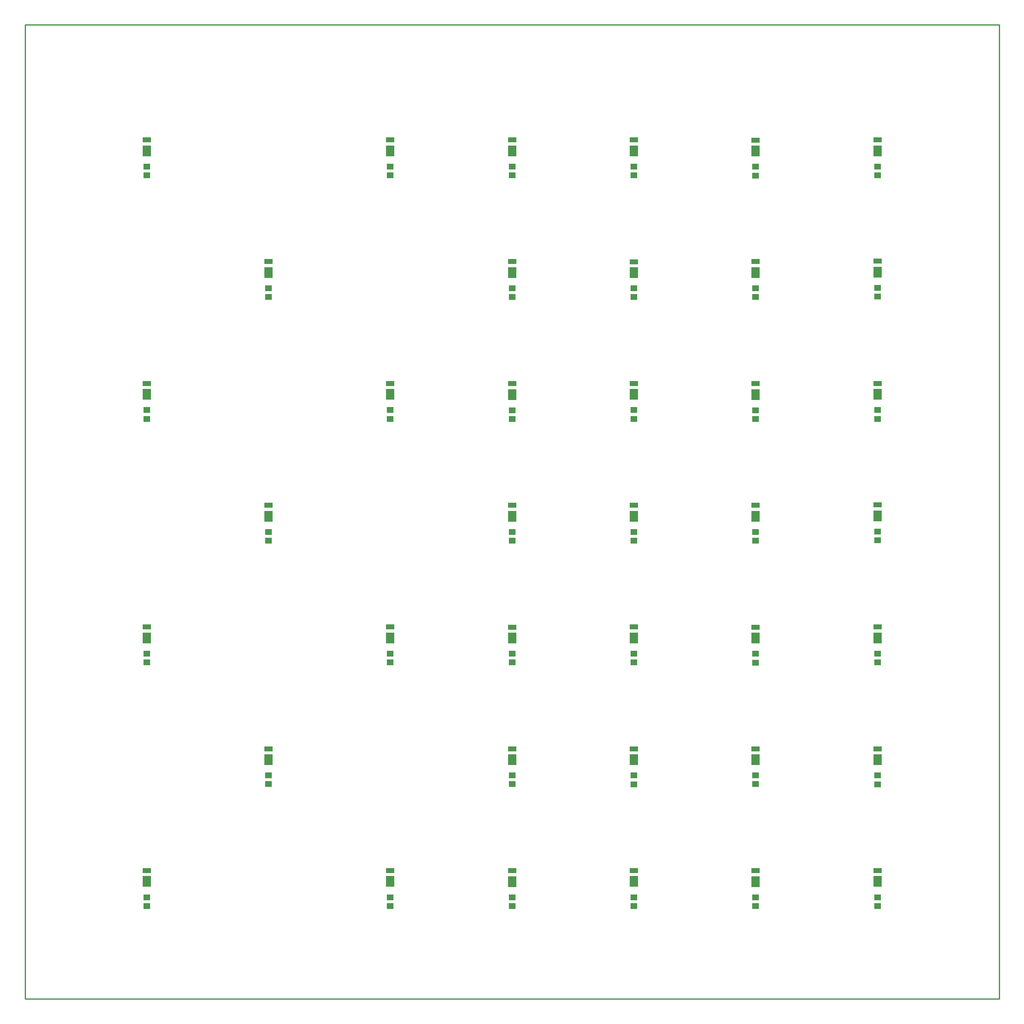
<source format=gtp>
G04*
G04 #@! TF.GenerationSoftware,Altium Limited,Altium Designer,20.0.13 (296)*
G04*
G04 Layer_Color=8421504*
%FSLAX44Y44*%
%MOMM*%
G71*
G01*
G75*
%ADD12C,0.2540*%
%ADD13R,1.4000X1.2000*%
%ADD14R,1.8000X2.2000*%
%ADD15R,1.8000X1.1000*%
D12*
X2000000D02*
Y2000000D01*
X0D02*
X2000000D01*
X0Y0D02*
X2000000D01*
X0D02*
Y2000000D01*
D13*
X1499987Y208664D02*
D03*
Y190664D02*
D03*
Y708664D02*
D03*
Y690664D02*
D03*
Y1208664D02*
D03*
Y1190664D02*
D03*
Y1708664D02*
D03*
Y1690664D02*
D03*
X1249839Y1458961D02*
D03*
Y1440961D02*
D03*
Y440961D02*
D03*
Y458961D02*
D03*
X999908Y208795D02*
D03*
Y190795D02*
D03*
Y708795D02*
D03*
Y690795D02*
D03*
Y1208795D02*
D03*
Y1190795D02*
D03*
Y1708795D02*
D03*
Y1690795D02*
D03*
X1750341Y1460270D02*
D03*
Y1442270D02*
D03*
X1750000Y959505D02*
D03*
Y941505D02*
D03*
X1750159Y440897D02*
D03*
Y458897D02*
D03*
X1750000Y209000D02*
D03*
Y191000D02*
D03*
Y709000D02*
D03*
Y691000D02*
D03*
Y1209000D02*
D03*
Y1191000D02*
D03*
Y1709000D02*
D03*
Y1691000D02*
D03*
X1500000Y1459000D02*
D03*
Y1441000D02*
D03*
Y959000D02*
D03*
Y941000D02*
D03*
Y441000D02*
D03*
Y459000D02*
D03*
X1250000Y209000D02*
D03*
Y191000D02*
D03*
Y709000D02*
D03*
Y691000D02*
D03*
Y1209000D02*
D03*
Y1191000D02*
D03*
Y1709000D02*
D03*
Y1691000D02*
D03*
X750000Y1709000D02*
D03*
Y1691000D02*
D03*
X1000000Y1459000D02*
D03*
Y1441000D02*
D03*
Y959000D02*
D03*
Y941000D02*
D03*
Y459000D02*
D03*
Y441000D02*
D03*
X750000Y209000D02*
D03*
Y191000D02*
D03*
X500000Y459000D02*
D03*
Y441000D02*
D03*
X250000Y709000D02*
D03*
Y691000D02*
D03*
X750000Y709000D02*
D03*
Y691000D02*
D03*
X250000Y1209000D02*
D03*
Y1191000D02*
D03*
X750000Y1209000D02*
D03*
Y1191000D02*
D03*
X250000Y1709000D02*
D03*
Y1691000D02*
D03*
X500000Y941000D02*
D03*
Y959000D02*
D03*
X1249839Y940961D02*
D03*
Y958961D02*
D03*
X500000Y1441000D02*
D03*
Y1459000D02*
D03*
X250000Y191000D02*
D03*
Y209000D02*
D03*
D14*
X1499987Y240914D02*
D03*
Y740914D02*
D03*
Y1240914D02*
D03*
Y1740914D02*
D03*
X1249839Y1491211D02*
D03*
Y991211D02*
D03*
Y491211D02*
D03*
X999908Y241045D02*
D03*
Y741045D02*
D03*
Y1241045D02*
D03*
Y1741045D02*
D03*
X1750341Y1492520D02*
D03*
X1750000Y991755D02*
D03*
X1750159Y491147D02*
D03*
X1750000Y241250D02*
D03*
Y741250D02*
D03*
Y1241250D02*
D03*
Y1741250D02*
D03*
X1500000Y1491250D02*
D03*
Y991250D02*
D03*
Y491250D02*
D03*
X1250000Y241250D02*
D03*
Y741250D02*
D03*
Y1241250D02*
D03*
Y1741250D02*
D03*
X1000000Y1491250D02*
D03*
Y991250D02*
D03*
Y491250D02*
D03*
X750000Y241250D02*
D03*
Y741250D02*
D03*
Y1241250D02*
D03*
X250000Y1741250D02*
D03*
X750000D02*
D03*
X500000Y1491250D02*
D03*
Y991250D02*
D03*
Y491250D02*
D03*
X250000Y241250D02*
D03*
Y741250D02*
D03*
Y1241250D02*
D03*
D15*
X1499987Y263414D02*
D03*
Y763414D02*
D03*
Y1263414D02*
D03*
Y1763414D02*
D03*
X1249839Y1513711D02*
D03*
Y1013711D02*
D03*
Y513711D02*
D03*
X999908Y263545D02*
D03*
Y763545D02*
D03*
Y1263545D02*
D03*
Y1763545D02*
D03*
X1750341Y1515020D02*
D03*
X1750000Y1014255D02*
D03*
X1750159Y513647D02*
D03*
X1750000Y263750D02*
D03*
Y763750D02*
D03*
Y1263750D02*
D03*
Y1763750D02*
D03*
X1500000Y1513750D02*
D03*
Y1013750D02*
D03*
Y513750D02*
D03*
X1250000Y263750D02*
D03*
Y763750D02*
D03*
Y1263750D02*
D03*
Y1763750D02*
D03*
X1000000Y1513750D02*
D03*
Y1013750D02*
D03*
Y513750D02*
D03*
X750000Y263750D02*
D03*
Y763750D02*
D03*
Y1263750D02*
D03*
X250000Y1763750D02*
D03*
X750000D02*
D03*
X500000Y1513750D02*
D03*
Y1013750D02*
D03*
Y513750D02*
D03*
X250000Y263750D02*
D03*
Y763750D02*
D03*
Y1263750D02*
D03*
M02*

</source>
